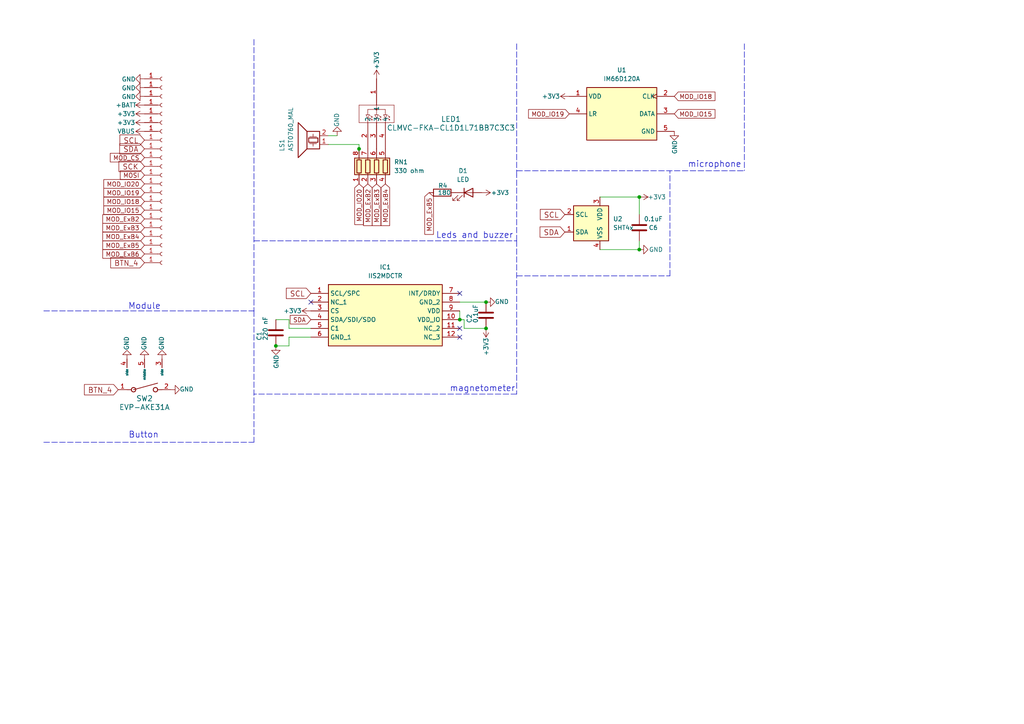
<source format=kicad_sch>
(kicad_sch (version 20250114) (generator "eeschema") (generator_version "9.0")
  (paper "A4")
  (lib_symbols
    (symbol "Device:LED" (pin_numbers (hide yes)) (pin_names (offset 1.016) (hide yes))
      (property "Reference" "D" (at 0 2.54 0))
      (property "Value" "LED" (at 0 -2.54 0))
      (symbol "LED_0_1"
        (polyline (pts (xy -3.048 -0.762) (xy -4.572 -2.286) (xy -3.81 -2.286) (xy -4.572 -2.286) (xy -4.572 -1.524)))
        (polyline (pts (xy -1.778 -0.762) (xy -3.302 -2.286) (xy -2.54 -2.286) (xy -3.302 -2.286) (xy -3.302 -1.524)))
        (polyline (pts (xy -1.27 0) (xy 1.27 0)))
        (polyline (pts (xy -1.27 -1.27) (xy -1.27 1.27)) (stroke (width 0.254)))
        (polyline (pts (xy 1.27 -1.27) (xy 1.27 1.27) (xy -1.27 0) (xy 1.27 -1.27)) (stroke (width 0.254)))
      )
      (symbol "LED_1_1"
        (pin passive line (at -3.81 0 0) (length 2.54) (name "K") (number "1"))
        (pin passive line (at 3.81 0 180) (length 2.54) (name "A") (number "2"))
      )
    )
    (symbol "Device:R_Pack04" (pin_names (offset 0) (hide yes))
      (property "Reference" "RN" (at -7.62 0 90))
      (property "Value" "R_Pack04" (at 5.08 0 90))
      (symbol "R_Pack04_0_1"
        (rectangle (start -6.35 -2.413) (end 3.81 2.413) (stroke (width 0.254)) (fill (type background)))
        (rectangle (start -5.715 1.905) (end -4.445 -1.905) (stroke (width 0.254)))
        (polyline (pts (xy -5.08 1.905) (xy -5.08 2.54)))
        (polyline (pts (xy -5.08 -2.54) (xy -5.08 -1.905)))
        (rectangle (start -3.175 1.905) (end -1.905 -1.905) (stroke (width 0.254)))
        (polyline (pts (xy -2.54 1.905) (xy -2.54 2.54)))
        (polyline (pts (xy -2.54 -2.54) (xy -2.54 -1.905)))
        (rectangle (start -0.635 1.905) (end 0.635 -1.905) (stroke (width 0.254)))
        (polyline (pts (xy 0 1.905) (xy 0 2.54)))
        (polyline (pts (xy 0 -2.54) (xy 0 -1.905)))
        (rectangle (start 1.905 1.905) (end 3.175 -1.905) (stroke (width 0.254)))
        (polyline (pts (xy 2.54 1.905) (xy 2.54 2.54)))
        (polyline (pts (xy 2.54 -2.54) (xy 2.54 -1.905)))
      )
      (symbol "R_Pack04_1_1"
        (pin passive line (at -5.08 5.08 270) (length 2.54) (name "R1.2") (number "8"))
        (pin passive line (at -5.08 -5.08 90) (length 2.54) (name "R1.1") (number "1"))
        (pin passive line (at -2.54 5.08 270) (length 2.54) (name "R2.2") (number "7"))
        (pin passive line (at -2.54 -5.08 90) (length 2.54) (name "R2.1") (number "2"))
        (pin passive line (at 0 5.08 270) (length 2.54) (name "R3.2") (number "6"))
        (pin passive line (at 0 -5.08 90) (length 2.54) (name "R3.1") (number "3"))
        (pin passive line (at 2.54 5.08 270) (length 2.54) (name "R4.2") (number "5"))
        (pin passive line (at 2.54 -5.08 90) (length 2.54) (name "R4.1") (number "4"))
      )
    )
    (symbol "Device:Speaker_Crystal" (pin_names (offset 0) (hide yes))
      (property "Reference" "LS" (at 0.635 5.715 0))
      (property "Value" "Speaker_Crystal" (at 0.635 3.81 0))
      (symbol "Speaker_Crystal_0_0"
        (rectangle (start -2.54 1.27) (end 1.143 -3.81) (stroke (width 0.254)))
        (rectangle (start -2.032 -0.635) (end 0.635 -1.905) (stroke (width 0.254)))
        (polyline (pts (xy -1.651 -0.254) (xy 0.381 -0.254)))
        (polyline (pts (xy -1.651 -2.286) (xy 0.381 -2.286)))
        (polyline (pts (xy -0.635 -0.254) (xy -0.635 0.508)))
        (polyline (pts (xy -0.635 -2.286) (xy -0.635 -3.048)))
        (polyline (pts (xy 1.143 1.27) (xy 3.683 3.81) (xy 3.683 -6.35) (xy 1.143 -3.81)) (stroke (width 0.254)))
      )
      (symbol "Speaker_Crystal_1_1"
        (pin input line (at -5.08 0 0) (length 2.54) (name "1") (number "1"))
        (pin input line (at -5.08 -2.54 0) (length 2.54) (name "2") (number "2"))
      )
    )
    (symbol "IIS2MDCTR:IIS2MDCTR"
      (property "Reference" "IC" (at 39.37 7.62 0))
      (property "Value" "IIS2MDCTR" (at 39.37 5.08 0))
      (symbol "IIS2MDCTR_1_1"
        (rectangle (start 5.08 2.54) (end 38.1 -15.24) (stroke (width 0.254)) (fill (type background)))
        (pin passive line (at 0 0 0) (length 5.08) (name "SCL/SPC") (number "1"))
        (pin passive line (at 0 -2.54 0) (length 5.08) (name "NC_1") (number "2"))
        (pin passive line (at 0 -5.08 0) (length 5.08) (name "CS") (number "3"))
        (pin passive line (at 0 -7.62 0) (length 5.08) (name "SDA/SDI/SDO") (number "4"))
        (pin passive line (at 0 -10.16 0) (length 5.08) (name "C1") (number "5"))
        (pin passive line (at 0 -12.7 0) (length 5.08) (name "GND_1") (number "6"))
        (pin passive line (at 43.18 0 180) (length 5.08) (name "INT/DRDY") (number "7"))
        (pin passive line (at 43.18 -2.54 180) (length 5.08) (name "GND_2") (number "8"))
        (pin passive line (at 43.18 -5.08 180) (length 5.08) (name "VDD") (number "9"))
        (pin passive line (at 43.18 -7.62 180) (length 5.08) (name "VDD_IO") (number "10"))
        (pin passive line (at 43.18 -10.16 180) (length 5.08) (name "NC_2") (number "11"))
        (pin passive line (at 43.18 -12.7 180) (length 5.08) (name "NC_3") (number "12"))
      )
    )
    (symbol "IM66D120A:IM66D120A"
      (property "Reference" "U?" (at 0 0 0))
      (property "Value" "IM66D120A" (at 0 -17.78 0))
      (symbol "IM66D120A_1_0"
        (rectangle (start 20.32 0) (end 0 -15.24) (stroke (width 0.254)) (fill (type background)))
        (pin power_in line (at -5.08 -2.54 0) (length 5.08) (name "VDD") (number "1"))
        (pin passive line (at -5.08 -7.62 0) (length 5.08) (name "LR") (number "4"))
        (pin input clock (at 25.4 -2.54 180) (length 5.08) (name "CLK") (number "2"))
        (pin output line (at 25.4 -7.62 180) (length 5.08) (name "DATA") (number "3"))
        (pin power_in line (at 25.4 -12.7 180) (length 5.08) (name "GND") (number "5"))
      )
    )
    (symbol "Sensor_Humidity:SHT4x"
      (property "Reference" "U" (at 0 8.89 0))
      (property "Value" "SHT4x" (at 0 6.35 0))
      (symbol "SHT4x_1_1"
        (rectangle (start -5.08 5.08) (end 5.08 -5.08) (stroke (width 0.254)) (fill (type background)))
        (pin input line (at -7.62 2.54 0) (length 2.54) (name "SCL") (number "2"))
        (pin bidirectional line (at -7.62 -2.54 0) (length 2.54) (name "SDA") (number "1"))
        (pin power_in line (at 2.54 7.62 270) (length 2.54) (name "VDD") (number "3"))
        (pin power_in line (at 2.54 -7.62 90) (length 2.54) (name "VSS") (number "4"))
      )
    )
    (symbol "Watchy:C" (pin_numbers (hide yes)) (pin_names (offset 0.254))
      (property "Reference" "C" (at 0.635 2.54 0))
      (property "Value" "C" (at 0.635 -2.54 0))
      (symbol "C_0_1"
        (polyline (pts (xy -2.032 0.762) (xy 2.032 0.762)) (stroke (width 0.508)))
        (polyline (pts (xy -2.032 -0.762) (xy 2.032 -0.762)) (stroke (width 0.508)))
      )
      (symbol "C_1_1"
        (pin passive line (at 0 3.81 270) (length 2.794) (name "~") (number "1"))
        (pin passive line (at 0 -3.81 90) (length 2.794) (name "~") (number "2"))
      )
    )
    (symbol "Watchy:R" (pin_numbers (hide yes)) (pin_names (offset 0))
      (property "Reference" "R" (at 2.032 0 90))
      (property "Value" "R" (at 0 0 90))
      (symbol "R_0_1"
        (rectangle (start -1.016 -2.54) (end 1.016 2.54) (stroke (width 0.254)))
      )
      (symbol "R_1_1"
        (pin passive line (at 0 3.81 270) (length 1.27) (name "~") (number "1"))
        (pin passive line (at 0 -3.81 90) (length 1.27) (name "~") (number "2"))
      )
    )
    (symbol "Yatchy:+3.3V-power" (power) (pin_names (offset 0))
      (property "Value" "power_+3.3V" (at 0 3.556 0))
      (symbol "+3.3V-power_0_1"
        (polyline (pts (xy -0.762 1.27) (xy 0 2.54)))
        (polyline (pts (xy 0 2.54) (xy 0.762 1.27)))
        (polyline (pts (xy 0 0) (xy 0 2.54)))
      )
      (symbol "+3.3V-power_1_1"
        (pin power_in line (at 0 0 90) (length 0) (hide yes) (name "+3V3") (number "1"))
      )
    )
    (symbol "Yatchy:+BATT-power" (power) (pin_names (offset 0))
      (property "Value" "power_+BATT" (at 0 3.556 0))
      (symbol "+BATT-power_0_1"
        (polyline (pts (xy -0.762 1.27) (xy 0 2.54)))
        (polyline (pts (xy 0 2.54) (xy 0.762 1.27)))
        (polyline (pts (xy 0 0) (xy 0 2.54)))
      )
      (symbol "+BATT-power_1_1"
        (pin power_in line (at 0 0 90) (length 0) (hide yes) (name "+BATT") (number "1"))
      )
    )
    (symbol "Yatchy:CLMVC-FKA-CL1D1L71BB7C3C3" (pin_names (offset 0.254))
      (property "Reference" "LED" (at 10.16 10.16 0))
      (property "Value" "CLMVC-FKA-CL1D1L71BB7C3C3" (at 10.16 7.62 0))
      (symbol "CLMVC-FKA-CL1D1L71BB7C3C3_0_1"
        (polyline (pts (xy 7.62 5.08) (xy 7.62 -5.08)) (stroke (width 0.127)))
        (polyline (pts (xy 7.62 0) (xy 10.414 0)) (stroke (width 0.127)))
        (polyline (pts (xy 7.62 -5.08) (xy 12.7 -5.08)) (stroke (width 0.127)))
        (polyline (pts (xy 8.89 2.54) (xy 8.89 -2.54)) (stroke (width 0.127)))
        (polyline (pts (xy 8.89 2.54) (xy 10.414 2.54)) (stroke (width 0.127)))
        (circle (center 8.89 0) (radius 0.127) (stroke (width 0.254)))
        (polyline (pts (xy 8.89 -2.54) (xy 10.414 -2.54)) (stroke (width 0.127)))
        (polyline (pts (xy 10.414 3.048) (xy 10.414 2.032)) (stroke (width 0.127)))
        (polyline (pts (xy 10.414 3.048) (xy 11.43 2.54)) (stroke (width 0.127)))
        (polyline (pts (xy 10.414 0.508) (xy 10.414 -0.508)) (stroke (width 0.127)))
        (polyline (pts (xy 10.414 0.508) (xy 11.43 0)) (stroke (width 0.127)))
        (polyline (pts (xy 10.414 -2.032) (xy 10.414 -3.048)) (stroke (width 0.127)))
        (polyline (pts (xy 10.414 -2.032) (xy 11.43 -2.54)) (stroke (width 0.127)))
        (polyline (pts (xy 10.668 3.302) (xy 11.176 3.81)) (stroke (width 0.127)))
        (polyline (pts (xy 10.668 0.762) (xy 11.176 1.27)) (stroke (width 0.127)))
        (polyline (pts (xy 10.668 -1.778) (xy 11.176 -1.27)) (stroke (width 0.127)))
        (polyline (pts (xy 11.176 3.81) (xy 10.922 3.81)) (stroke (width 0.127)))
        (polyline (pts (xy 11.176 3.81) (xy 11.176 3.556)) (stroke (width 0.127)))
        (polyline (pts (xy 11.176 1.27) (xy 10.922 1.27)) (stroke (width 0.127)))
        (polyline (pts (xy 11.176 1.27) (xy 11.176 1.016)) (stroke (width 0.127)))
        (polyline (pts (xy 11.176 -1.27) (xy 10.922 -1.27)) (stroke (width 0.127)))
        (polyline (pts (xy 11.176 -1.27) (xy 11.176 -1.524)) (stroke (width 0.127)))
        (polyline (pts (xy 11.43 3.302) (xy 11.938 3.81)) (stroke (width 0.127)))
        (polyline (pts (xy 11.43 3.048) (xy 11.43 2.032)) (stroke (width 0.127)))
        (polyline (pts (xy 11.43 2.54) (xy 10.414 2.032)) (stroke (width 0.127)))
        (polyline (pts (xy 11.43 2.54) (xy 12.7 2.54)) (stroke (width 0.127)))
        (polyline (pts (xy 11.43 0.762) (xy 11.938 1.27)) (stroke (width 0.127)))
        (polyline (pts (xy 11.43 0.508) (xy 11.43 -0.508)) (stroke (width 0.127)))
        (polyline (pts (xy 11.43 0) (xy 10.414 -0.508)) (stroke (width 0.127)))
        (polyline (pts (xy 11.43 0) (xy 12.7 0)) (stroke (width 0.127)))
        (polyline (pts (xy 11.43 -1.778) (xy 11.938 -1.27)) (stroke (width 0.127)))
        (polyline (pts (xy 11.43 -2.032) (xy 11.43 -3.048)) (stroke (width 0.127)))
        (polyline (pts (xy 11.43 -2.54) (xy 10.414 -3.048)) (stroke (width 0.127)))
        (polyline (pts (xy 11.43 -2.54) (xy 12.7 -2.54)) (stroke (width 0.127)))
        (polyline (pts (xy 11.684 3.81) (xy 11.938 3.81)) (stroke (width 0.127)))
        (polyline (pts (xy 11.684 1.27) (xy 11.938 1.27)) (stroke (width 0.127)))
        (polyline (pts (xy 11.684 -1.27) (xy 11.938 -1.27)) (stroke (width 0.127)))
        (polyline (pts (xy 11.938 3.81) (xy 11.938 3.556)) (stroke (width 0.127)))
        (polyline (pts (xy 11.938 1.27) (xy 11.938 1.016)) (stroke (width 0.127)))
        (polyline (pts (xy 11.938 -1.27) (xy 11.938 -1.524)) (stroke (width 0.127)))
        (polyline (pts (xy 12.7 5.08) (xy 7.62 5.08)) (stroke (width 0.127)))
        (polyline (pts (xy 12.7 -5.08) (xy 12.7 5.08)) (stroke (width 0.127)))
        (pin unspecified line (at 0 0 0) (length 7.62) (name "1") (number "1"))
        (pin unspecified line (at 20.32 2.54 180) (length 7.62) (name "4") (number "4"))
        (pin unspecified line (at 20.32 0 180) (length 7.62) (name "3") (number "3"))
        (pin unspecified line (at 20.32 -2.54 180) (length 7.62) (name "2") (number "2"))
      )
    )
    (symbol "Yatchy:Conn_01x01_Socket" (pin_names (offset 1.016) (hide yes))
      (property "Reference" "J" (at 0 2.54 0))
      (property "Value" "Conn_01x01_Socket" (at 0 -2.54 0))
      (symbol "Conn_01x01_Socket_1_1"
        (polyline (pts (xy -1.27 0) (xy -0.508 0)) (stroke (width 0.1524)))
        (arc (start 0 -0.508) (mid -0.5058 0) (end 0 0.508) (stroke (width 0.1524)))
        (pin passive line (at -5.08 0 0) (length 3.81) (name "Pin_1") (number "1"))
      )
    )
    (symbol "Yatchy:EVP-AKE31A" (pin_names (offset 0.254))
      (property "Reference" "SW" (at 7.112 -2.794 0))
      (property "Value" "EVP-AKE31A" (at 6.858 -5.588 0))
      (symbol "EVP-AKE31A_0_1"
        (polyline (pts (xy 2.54 0) (xy 3.81 0)) (stroke (width 0.2032)))
        (polyline (pts (xy 4.445 0) (xy 11.43 1.905)) (stroke (width 0.2032)))
        (circle (center 4.445 0) (radius 0.635) (stroke (width 0.254)))
        (circle (center 10.795 0) (radius 0.635) (stroke (width 0.254)))
        (polyline (pts (xy 12.7 0) (xy 11.43 0)) (stroke (width 0.2032)))
      )
      (symbol "EVP-AKE31A_1_1"
        (pin unspecified line (at 0 0 0) (length 2.54) (name "") (number "1"))
        (pin input line (at 2.54 8.89 270) (length 2.54) (name "side") (number "4"))
        (pin input line (at 7.62 8.89 270) (length 2.54) (name "middle") (number "5"))
        (pin input line (at 12.7 8.89 270) (length 2.54) (name "side") (number "3"))
        (pin unspecified line (at 15.24 0 180) (length 2.54) (name "") (number "2"))
      )
    )
    (symbol "Yatchy:GND-power" (power) (pin_names (offset 0))
      (property "Value" "power_GND" (at 0 -3.81 0))
      (symbol "GND-power_0_1"
        (polyline (pts (xy 0 0) (xy 0 -1.27) (xy 1.27 -1.27) (xy 0 -2.54) (xy -1.27 -1.27) (xy 0 -1.27)))
      )
      (symbol "GND-power_1_1"
        (pin power_in line (at 0 0 270) (length 0) (hide yes) (name "GND") (number "1"))
      )
    )
    (symbol "Yatchy:VBUS-power" (power) (pin_names (offset 0))
      (property "Value" "power_VBUS" (at 0 3.81 0))
      (symbol "VBUS-power_0_1"
        (polyline (pts (xy -0.762 1.27) (xy 0 2.54)))
        (polyline (pts (xy 0 2.54) (xy 0.762 1.27)))
        (polyline (pts (xy 0 0) (xy 0 2.54)))
      )
      (symbol "VBUS-power_1_1"
        (pin power_in line (at 0 0 90) (length 0) (hide yes) (name "VBUS") (number "1"))
      )
    )
    (symbol "clock:+3V3" (power) (pin_numbers (hide yes)) (pin_names (offset 0) (hide yes))
      (property "Value" "+3V3" (at 0 3.556 0))
      (symbol "+3V3_0_1"
        (polyline (pts (xy -0.762 1.27) (xy 0 2.54)))
        (polyline (pts (xy 0 2.54) (xy 0.762 1.27)))
        (polyline (pts (xy 0 0) (xy 0 2.54)))
      )
      (symbol "+3V3_1_1"
        (pin power_in line (at 0 0 90) (length 0) (name "~") (number "1"))
      )
    )
    (symbol "clock:C" (pin_numbers (hide yes)) (pin_names (offset 0.254))
      (property "Reference" "C" (at 0.635 2.54 0))
      (property "Value" "C" (at 0.635 -2.54 0))
      (symbol "C_0_1"
        (polyline (pts (xy -2.032 0.762) (xy 2.032 0.762)) (stroke (width 0.508)))
        (polyline (pts (xy -2.032 -0.762) (xy 2.032 -0.762)) (stroke (width 0.508)))
      )
      (symbol "C_1_1"
        (pin passive line (at 0 3.81 270) (length 2.794) (name "~") (number "1"))
        (pin passive line (at 0 -3.81 90) (length 2.794) (name "~") (number "2"))
      )
    )
    (symbol "clock:GND" (power) (pin_numbers (hide yes)) (pin_names (offset 0) (hide yes))
      (property "Value" "GND" (at 0 -3.81 0))
      (symbol "GND_0_1"
        (polyline (pts (xy 0 0) (xy 0 -1.27) (xy 1.27 -1.27) (xy 0 -2.54) (xy -1.27 -1.27) (xy 0 -1.27)))
      )
      (symbol "GND_1_1"
        (pin power_in line (at 0 0 270) (length 0) (name "~") (number "1"))
      )
    )
  )
  (text "magnetometer" (at 139.954 112.776 0) (effects (font (size 1.778 1.778))))
  (text "microphone\n" (at 207.264 47.752 0) (effects (font (size 1.778 1.778))))
  (text "Button\n" (at 41.656 126.238 0) (effects (font (size 1.778 1.778))))
  (text "Leds and buzzer" (at 137.668 68.326 0) (effects (font (size 1.778 1.778))))
  (text "Module" (at 41.91 88.9 0) (effects (font (size 1.778 1.778))))
  (junction (at 80.01 100.33))
  (junction (at 185.42 72.39))
  (junction (at 104.14 43.18))
  (junction (at 133.35 92.71))
  (junction (at 140.97 95.25))
  (junction (at 140.97 87.63))
  (junction (at 185.42 57.15))
  (no_connect (at 90.17 87.63))
  (no_connect (at 133.35 95.25))
  (no_connect (at 133.35 97.79))
  (no_connect (at 133.35 85.09))
  (wire (pts (xy 134.62 92.71) (xy 134.62 95.25)))
  (wire (pts (xy 133.35 92.71) (xy 134.62 92.71)))
  (wire (pts (xy 90.17 97.79) (xy 83.82 97.79)))
  (polyline (pts (xy 149.86 69.85) (xy 149.86 50.8)) (stroke (width 0) (type dash)))
  (wire (pts (xy 95.25 41.91) (xy 104.14 41.91)))
  (polyline (pts (xy 73.66 90.17) (xy 73.66 128.27)) (stroke (width 0) (type dash)))
  (wire (pts (xy 185.42 72.39) (xy 185.42 69.85)))
  (wire (pts (xy 173.99 72.39) (xy 185.42 72.39)))
  (polyline (pts (xy 149.86 80.01) (xy 194.31 80.01)) (stroke (width 0) (type dash)))
  (polyline (pts (xy 149.86 12.7) (xy 149.86 50.8)) (stroke (width 0) (type dash)))
  (polyline (pts (xy 215.9 12.7) (xy 215.9 49.53)) (stroke (width 0) (type dash)))
  (polyline (pts (xy 73.66 11.43) (xy 73.66 90.17)) (stroke (width 0) (type dash)))
  (wire (pts (xy 90.17 95.25) (xy 83.82 95.25)))
  (wire (pts (xy 133.35 90.17) (xy 133.35 92.71)))
  (wire (pts (xy 134.62 95.25) (xy 140.97 95.25)))
  (wire (pts (xy 104.14 43.18) (xy 104.14 44.45)))
  (wire (pts (xy 97.79 39.37) (xy 95.25 39.37)))
  (polyline (pts (xy 12.7 90.17) (xy 73.66 90.17)) (stroke (width 0) (type dash)))
  (wire (pts (xy 83.82 95.25) (xy 83.82 92.71)))
  (wire (pts (xy 173.99 57.15) (xy 185.42 57.15)))
  (polyline (pts (xy 194.31 80.01) (xy 194.31 49.53)) (stroke (width 0) (type dash)))
  (polyline (pts (xy 149.86 114.3) (xy 73.66 114.3)) (stroke (width 0) (type dash)))
  (polyline (pts (xy 149.86 49.53) (xy 215.9 49.53)) (stroke (width 0) (type dash)))
  (wire (pts (xy 185.42 57.15) (xy 185.42 62.23)))
  (wire (pts (xy 83.82 100.33) (xy 80.01 100.33)))
  (wire (pts (xy 83.82 97.79) (xy 83.82 100.33)))
  (wire (pts (xy 83.82 92.71) (xy 80.01 92.71)))
  (polyline (pts (xy 12.7 128.27) (xy 73.66 128.27)) (stroke (width 0) (type dash)))
  (wire (pts (xy 104.14 41.91) (xy 104.14 43.18)))
  (polyline (pts (xy 73.66 69.85) (xy 149.86 69.85)) (stroke (width 0) (type dash)))
  (wire (pts (xy 133.35 87.63) (xy 140.97 87.63)))
  (polyline (pts (xy 149.86 69.85) (xy 149.86 114.3)) (stroke (width 0) (type dash)))
  (global_label "MOSI" (shape input) (at 41.91 50.8 180) (property "Intersheetrefs" "${INTERSHEET_REFS}" (effects (hide yes))))
  (global_label "MOD_ExB3" (shape input) (at 41.91 66.04 180) (property "Intersheetrefs" "${INTERSHEET_REFS}" (effects (hide yes))))
  (global_label "BTN_4" (shape input) (at 34.29 113.03 180) (effects (font (size 1.524 1.524))) (property "Intersheetrefs" "${INTERSHEET_REFS}" (effects (hide yes))))
  (global_label "MOD_ExB2" (shape input) (at 41.91 63.5 180) (property "Intersheetrefs" "${INTERSHEET_REFS}" (effects (hide yes))))
  (global_label "SDA" (shape input) (at 163.83 67.31 180) (effects (font (size 1.524 1.524))) (property "Intersheetrefs" "${INTERSHEET_REFS}" (effects (hide yes))))
  (global_label "MOD_IO18" (shape input) (at 195.58 27.94 0) (property "Intersheetrefs" "${INTERSHEET_REFS}" (effects (hide yes))))
  (global_label "MOD_IO15" (shape input) (at 195.58 33.02 0) (property "Intersheetrefs" "${INTERSHEET_REFS}" (effects (hide yes))))
  (global_label "SDA" (shape input) (at 90.17 92.71 180) (property "Intersheetrefs" "${INTERSHEET_REFS}" (effects (hide yes))))
  (global_label "MOD_ExB6" (shape input) (at 41.91 73.66 180) (property "Intersheetrefs" "${INTERSHEET_REFS}" (effects (hide yes))))
  (global_label "MOD_IO18" (shape input) (at 41.91 58.42 180) (property "Intersheetrefs" "${INTERSHEET_REFS}" (effects (hide yes))))
  (global_label "MOD_ExB4" (shape input) (at 111.76 53.34 270) (property "Intersheetrefs" "${INTERSHEET_REFS}" (effects (hide yes))))
  (global_label "SCL" (shape input) (at 41.91 40.64 180) (effects (font (size 1.524 1.524))) (property "Intersheetrefs" "${INTERSHEET_REFS}" (effects (hide yes))))
  (global_label "BTN_4" (shape input) (at 41.91 76.2 180) (effects (font (size 1.524 1.524))) (property "Intersheetrefs" "${INTERSHEET_REFS}" (effects (hide yes))))
  (global_label "MOD_ExB3" (shape input) (at 109.22 53.34 270) (property "Intersheetrefs" "${INTERSHEET_REFS}" (effects (hide yes))))
  (global_label "MOD_IO19" (shape input) (at 41.91 55.88 180) (property "Intersheetrefs" "${INTERSHEET_REFS}" (effects (hide yes))))
  (global_label "MOD_IO19" (shape input) (at 165.1 33.02 180) (property "Intersheetrefs" "${INTERSHEET_REFS}" (effects (hide yes))))
  (global_label "MOD_ExB5" (shape input) (at 41.91 71.12 180) (property "Intersheetrefs" "${INTERSHEET_REFS}" (effects (hide yes))))
  (global_label "MOD_IO20" (shape input) (at 104.14 53.34 270) (property "Intersheetrefs" "${INTERSHEET_REFS}" (effects (hide yes))))
  (global_label "MOD_IO15" (shape input) (at 41.91 60.96 180) (property "Intersheetrefs" "${INTERSHEET_REFS}" (effects (hide yes))))
  (global_label "SCL" (shape input) (at 163.83 62.23 180) (effects (font (size 1.524 1.524))) (property "Intersheetrefs" "${INTERSHEET_REFS}" (effects (hide yes))))
  (global_label "SCL" (shape input) (at 90.17 85.09 180) (effects (font (size 1.524 1.524))) (property "Intersheetrefs" "${INTERSHEET_REFS}" (effects (hide yes))))
  (global_label "MOD_IO20" (shape input) (at 41.91 53.34 180) (property "Intersheetrefs" "${INTERSHEET_REFS}" (effects (hide yes))))
  (global_label "MOD_CS" (shape input) (at 41.91 45.72 180) (property "Intersheetrefs" "${INTERSHEET_REFS}" (effects (hide yes))))
  (global_label "MOD_ExB4" (shape input) (at 41.91 68.58 180) (property "Intersheetrefs" "${INTERSHEET_REFS}" (effects (hide yes))))
  (global_label "MOD_ExB5" (shape input) (at 124.46 55.88 270) (property "Intersheetrefs" "${INTERSHEET_REFS}" (effects (hide yes))))
  (global_label "MOD_ExB2" (shape input) (at 106.68 53.34 270) (property "Intersheetrefs" "${INTERSHEET_REFS}" (effects (hide yes))))
  (global_label "SDA" (shape input) (at 41.91 43.18 180) (effects (font (size 1.524 1.524))) (property "Intersheetrefs" "${INTERSHEET_REFS}" (effects (hide yes))))
  (global_label "SCK" (shape input) (at 41.91 48.26 180) (effects (font (size 1.524 1.524))) (property "Intersheetrefs" "${INTERSHEET_REFS}" (effects (hide yes))))
  (symbol (lib_id "Watchy:R") (at 128.27 55.88 90) (unit 1)
    (property "Reference" "R4" (at 129.794 53.848 90) (effects (justify left)))
    (property "Value" "180" (at 130.81 55.88 90) (effects (justify left)))
    (property "Footprint" "Resistor_SMD:R_0402_1005Metric" (effects (hide yes)))
    (property "Description" "Resistor" (effects (hide yes)))
  )
  (symbol (lib_id "Yatchy:+3.3V-power") (at 140.97 95.25 180) (unit 1)
    (property "Reference" "#PWR017" (effects (hide yes)))
    (property "Value" "+3V3" (at 140.97 97.917 90) (effects (justify left)))
  )
  (symbol (lib_id "Yatchy:EVP-AKE31A") (at 34.29 113.03 0) (unit 1)
    (property "Reference" "SW2" (at 41.91 115.57 0) (effects (font (size 1.524 1.524))))
    (property "Value" "EVP-AKE31A" (at 41.91 118.11 0) (effects (font (size 1.524 1.524))))
    (property "Footprint" "Yatchy:SW_EVP-AKE31A_PAN" (effects (hide yes)))
    (property "Datasheet" "EVP-AKE31A" (effects (hide yes)))
  )
  (symbol (lib_id "Yatchy:GND-power") (at 41.91 22.86 270) (mirror x) (unit 1)
    (property "Reference" "#PWR03" (effects (hide yes)))
    (property "Value" "GND" (at 39.37 22.987 90) (effects (justify right)))
  )
  (symbol (lib_id "Yatchy:Conn_01x01_Socket") (at 46.99 68.58 0) (unit 1)
    (property "Reference" "J19" (effects (hide yes)))
    (property "Value" "MOD_CONN" (effects (hide yes)))
    (property "Footprint" "Yatchy:mod_Connector" (effects (hide yes)))
    (property "Description" "Generic connector, single row, 01x01, script generated" (effects (hide yes)))
  )
  (symbol (lib_id "Yatchy:GND-power") (at 41.91 104.14 0) (mirror x) (unit 1)
    (property "Reference" "#PWR08" (effects (hide yes)))
    (property "Value" "GND" (at 41.783 101.6 90) (effects (justify right)))
  )
  (symbol (lib_id "IM66D120A:IM66D120A") (at 170.18 25.4 0) (unit 1)
    (property "Reference" "U1" (at 180.34 20.32 0))
    (property "Value" "IM66D120A" (at 180.34 22.86 0))
    (property "Footprint" "Yatchy:IFX-PG-TLGA-5-6-V" (effects (hide yes)))
    (property "Description" "High Performance Digital XENSIV MEMS Microphone" (effects (hide yes)))
  )
  (symbol (lib_id "Yatchy:+3.3V-power") (at 41.91 33.02 90) (unit 1)
    (property "Reference" "#PWR012" (effects (hide yes)))
    (property "Value" "+3V3" (at 39.243 33.02 90) (effects (justify left)))
  )
  (symbol (lib_id "Yatchy:GND-power") (at 49.53 113.03 90) (mirror x) (unit 1)
    (property "Reference" "#PWR015" (effects (hide yes)))
    (property "Value" "GND" (at 52.07 112.903 90) (effects (justify right)))
  )
  (symbol (lib_id "Watchy:C") (at 80.01 96.52 0) (unit 1)
    (property "Reference" "C1" (at 75.184 98.806 90) (effects (justify left)))
    (property "Value" "220 nF" (at 76.962 98.806 90) (effects (justify left)))
    (property "Footprint" "Capacitor_SMD:C_0603_1608Metric" (effects (hide yes)))
    (property "Description" "Unpolarized capacitor" (effects (hide yes)))
  )
  (symbol (lib_id "Yatchy:GND-power") (at 36.83 104.14 0) (mirror x) (unit 1)
    (property "Reference" "#PWR09" (effects (hide yes)))
    (property "Value" "GND" (at 36.703 101.6 90) (effects (justify right)))
  )
  (symbol (lib_id "Yatchy:Conn_01x01_Socket") (at 46.99 76.2 0) (unit 1)
    (property "Reference" "J22" (effects (hide yes)))
    (property "Value" "MOD_CONN" (effects (hide yes)))
    (property "Footprint" "Yatchy:mod_Connector" (effects (hide yes)))
    (property "Description" "Generic connector, single row, 01x01, script generated" (effects (hide yes)))
  )
  (symbol (lib_id "Yatchy:Conn_01x01_Socket") (at 46.99 30.48 0) (unit 1)
    (property "Reference" "J4" (effects (hide yes)))
    (property "Value" "MOD_CONN" (effects (hide yes)))
    (property "Footprint" "Yatchy:mod_Connector" (effects (hide yes)))
    (property "Description" "Generic connector, single row, 01x01, script generated" (effects (hide yes)))
  )
  (symbol (lib_id "Yatchy:+3.3V-power") (at 165.1 27.94 90) (unit 1)
    (property "Reference" "#PWR021" (effects (hide yes)))
    (property "Value" "+3V3" (at 162.433 27.94 90) (effects (justify left)))
  )
  (symbol (lib_id "Yatchy:Conn_01x01_Socket") (at 46.99 43.18 0) (unit 1)
    (property "Reference" "J9" (effects (hide yes)))
    (property "Value" "MOD_CONN" (effects (hide yes)))
    (property "Footprint" "Yatchy:mod_Connector" (effects (hide yes)))
    (property "Description" "Generic connector, single row, 01x01, script generated" (effects (hide yes)))
  )
  (symbol (lib_id "Device:R_Pack04") (at 109.22 48.26 0) (unit 1)
    (property "Reference" "RN1" (at 114.3 46.9899 0) (effects (justify left)))
    (property "Value" "330 ohm" (at 114.3 49.5299 0) (effects (justify left)))
    (property "Footprint" "Resistor_SMD:R_Array_Concave_4x0402" (effects (hide yes)))
    (property "Description" "4 resistor network, parallel topology" (effects (hide yes)))
  )
  (symbol (lib_id "Sensor_Humidity:SHT4x") (at 171.45 64.77 0) (unit 1)
    (property "Reference" "U2" (at 177.8 63.4999 0) (effects (justify left)))
    (property "Value" "SHT4x" (at 177.8 66.0399 0) (effects (justify left)))
    (property "Footprint" "Yatchy:Sensirion_DFN-4_1.5x1.5mm_P0.8mm_SHT4x_NoCentralPad" (effects (hide yes)))
    (property "Datasheet" "https://sensirion.com/media/documents/33FD6951/624C4357/Datasheet_SHT4x.pdf" (effects (hide yes)))
    (property "Description" "Digital Humidity and Temperature Sensor, ±1%RH, ±0.1°C, I2C, 1.08-3.6V, 16bit, DFN-4" (effects (hide yes)))
  )
  (symbol (lib_id "Yatchy:Conn_01x01_Socket") (at 46.99 50.8 0) (unit 1)
    (property "Reference" "J12" (effects (hide yes)))
    (property "Value" "MOD_CONN" (effects (hide yes)))
    (property "Footprint" "Yatchy:mod_Connector" (effects (hide yes)))
    (property "Description" "Generic connector, single row, 01x01, script generated" (effects (hide yes)))
  )
  (symbol (lib_id "Watchy:C") (at 140.97 91.44 0) (unit 1)
    (property "Reference" "C2" (at 136.144 93.726 90) (effects (justify left)))
    (property "Value" "0.1uF" (at 137.922 93.726 90) (effects (justify left)))
    (property "Footprint" "Capacitor_SMD:C_0603_1608Metric" (effects (hide yes)))
    (property "Description" "Unpolarized capacitor" (effects (hide yes)))
  )
  (symbol (lib_id "Yatchy:Conn_01x01_Socket") (at 46.99 48.26 0) (unit 1)
    (property "Reference" "J11" (effects (hide yes)))
    (property "Value" "MOD_CONN" (effects (hide yes)))
    (property "Footprint" "Yatchy:mod_Connector" (effects (hide yes)))
    (property "Description" "Generic connector, single row, 01x01, script generated" (effects (hide yes)))
  )
  (symbol (lib_id "clock:+3V3") (at 185.42 57.15 270) (unit 1)
    (property "Reference" "#PWR020" (effects (hide yes)))
    (property "Value" "+3V3" (at 190.5 57.15 90))
    (property "Description" "Power symbol creates a global label with name \"+3V3\"" (effects (hide yes)))
  )
  (symbol (lib_id "Yatchy:+3.3V-power") (at 90.17 90.17 90) (unit 1)
    (property "Reference" "#PWR016" (effects (hide yes)))
    (property "Value" "+3V3" (at 87.503 90.17 90) (effects (justify left)))
  )
  (symbol (lib_id "Yatchy:Conn_01x01_Socket") (at 46.99 35.56 0) (unit 1)
    (property "Reference" "J6" (effects (hide yes)))
    (property "Value" "MOD_CONN" (effects (hide yes)))
    (property "Footprint" "Yatchy:mod_Connector" (effects (hide yes)))
    (property "Description" "Generic connector, single row, 01x01, script generated" (effects (hide yes)))
  )
  (symbol (lib_id "Device:LED") (at 135.89 55.88 0) (unit 1)
    (property "Reference" "D1" (at 134.3025 49.53 0))
    (property "Value" "LED" (at 134.3025 52.07 0))
    (property "Footprint" "LED_SMD:LED_0402_1005Metric" (effects (hide yes)))
    (property "Description" "Light emitting diode" (effects (hide yes)))
  )
  (symbol (lib_id "Yatchy:Conn_01x01_Socket") (at 46.99 73.66 0) (unit 1)
    (property "Reference" "J21" (effects (hide yes)))
    (property "Value" "MOD_CONN" (effects (hide yes)))
    (property "Footprint" "Yatchy:mod_Connector" (effects (hide yes)))
    (property "Description" "Generic connector, single row, 01x01, script generated" (effects (hide yes)))
  )
  (symbol (lib_id "IIS2MDCTR:IIS2MDCTR") (at 90.17 85.09 0) (unit 1)
    (property "Reference" "IC1" (at 111.76 77.47 0))
    (property "Value" "IIS2MDCTR" (at 111.76 80.01 0))
    (property "Footprint" "Yatchy:BOSCH_LGA-12" (effects (hide yes)))
    (property "Datasheet" "https://www.st.com/resource/en/datasheet/iis2mdc.pdf" (effects (hide yes)))
    (property "Description" "STMICROELECTRONICS - IIS2MDCTR - MEMS MODULE, 3-AXIS MAGNETOMETER, LGA-12" (effects (hide yes)))
    (property "Height" "0.7" (effects (hide yes)))
    (property "Mouser Part Number" "511-IIS2MDCTR" (effects (hide yes)))
    (property "Mouser Price/Stock" "https://www.mouser.co.uk/ProductDetail/STMicroelectronics/IIS2MDCTR?qs=1mbolxNpo8ems1K%2FRdQzXg%3D%3D" (effects (hide yes)))
    (property "Manufacturer_Name" "STMicroelectronics" (effects (hide yes)))
    (property "Manufacturer_Part_Number" "IIS2MDCTR" (effects (hide yes)))
  )
  (symbol (lib_id "Yatchy:GND-power") (at 97.79 39.37 0) (mirror x) (unit 1)
    (property "Reference" "#PWR01" (effects (hide yes)))
    (property "Value" "GND" (at 97.663 36.83 90) (effects (justify right)))
  )
  (symbol (lib_id "Yatchy:+3.3V-power") (at 41.91 35.56 90) (unit 1)
    (property "Reference" "#PWR013" (effects (hide yes)))
    (property "Value" "+3V3" (at 39.243 35.56 90) (effects (justify left)))
  )
  (symbol (lib_id "Yatchy:GND-power") (at 41.91 25.4 270) (mirror x) (unit 1)
    (property "Reference" "#PWR04" (effects (hide yes)))
    (property "Value" "GND" (at 39.37 25.527 90) (effects (justify right)))
  )
  (symbol (lib_id "Yatchy:Conn_01x01_Socket") (at 46.99 58.42 0) (unit 1)
    (property "Reference" "J15" (effects (hide yes)))
    (property "Value" "MOD_CONN" (effects (hide yes)))
    (property "Footprint" "Yatchy:mod_Connector" (effects (hide yes)))
    (property "Description" "Generic connector, single row, 01x01, script generated" (effects (hide yes)))
  )
  (symbol (lib_id "Yatchy:+BATT-power") (at 41.91 30.48 90) (unit 1)
    (property "Reference" "#PWR011" (effects (hide yes)))
    (property "Value" "+BATT" (at 36.576 30.48 90))
  )
  (symbol (lib_id "Yatchy:+3.3V-power") (at 139.7 55.88 270) (unit 1)
    (property "Reference" "#PWR06" (effects (hide yes)))
    (property "Value" "+3V3" (at 142.367 55.88 90) (effects (justify left)))
  )
  (symbol (lib_id "Yatchy:GND-power") (at 41.91 27.94 270) (mirror x) (unit 1)
    (property "Reference" "#PWR010" (effects (hide yes)))
    (property "Value" "GND" (at 39.37 28.067 90) (effects (justify right)))
  )
  (symbol (lib_id "Yatchy:Conn_01x01_Socket") (at 46.99 40.64 0) (unit 1)
    (property "Reference" "J8" (effects (hide yes)))
    (property "Value" "MOD_CONN" (effects (hide yes)))
    (property "Footprint" "Yatchy:mod_Connector" (effects (hide yes)))
    (property "Description" "Generic connector, single row, 01x01, script generated" (effects (hide yes)))
  )
  (symbol (lib_id "Yatchy:CLMVC-FKA-CL1D1L71BB7C3C3") (at 109.22 22.86 270) (unit 1)
    (property "Reference" "LED1" (at 130.81 34.544 90) (effects (font (size 1.524 1.524))))
    (property "Value" "CLMVC-FKA-CL1D1L71BB7C3C3" (at 130.81 37.084 90) (effects (font (size 1.524 1.524))))
    (property "Footprint" "Yatchy:CLMVC-FKA-CL1D1L71BB7C3C3_CRE" (effects (hide yes)))
    (property "Datasheet" "CLMVC-FKA-CL1D1L71BB7C3C3" (effects (hide yes)))
  )
  (symbol (lib_id "Yatchy:GND-power") (at 46.99 104.14 0) (mirror x) (unit 1)
    (property "Reference" "#PWR05" (effects (hide yes)))
    (property "Value" "GND" (at 46.863 101.6 90) (effects (justify right)))
  )
  (symbol (lib_id "Yatchy:GND-power") (at 80.01 100.33 0) (mirror y) (unit 1)
    (property "Reference" "#PWR07" (effects (hide yes)))
    (property "Value" "GND" (at 80.137 102.87 90) (effects (justify right)))
  )
  (symbol (lib_id "Yatchy:Conn_01x01_Socket") (at 46.99 66.04 0) (unit 1)
    (property "Reference" "J18" (effects (hide yes)))
    (property "Value" "MOD_CONN" (effects (hide yes)))
    (property "Footprint" "Yatchy:mod_Connector" (effects (hide yes)))
    (property "Description" "Generic connector, single row, 01x01, script generated" (effects (hide yes)))
  )
  (symbol (lib_id "clock:C") (at 185.42 66.04 180) (unit 1)
    (property "Reference" "C6" (at 189.484 66.04 0))
    (property "Value" "0.1uF" (at 189.484 63.5 0))
    (property "Footprint" "Capacitor_SMD:C_0603_1608Metric" (effects (hide yes)))
    (property "Description" "Unpolarized capacitor" (effects (hide yes)))
  )
  (symbol (lib_id "Yatchy:GND-power") (at 140.97 87.63 90) (mirror x) (unit 1)
    (property "Reference" "#PWR018" (effects (hide yes)))
    (property "Value" "GND" (at 143.51 87.503 90) (effects (justify right)))
  )
  (symbol (lib_id "Yatchy:Conn_01x01_Socket") (at 46.99 27.94 0) (unit 1)
    (property "Reference" "J3" (effects (hide yes)))
    (property "Value" "MOD_CONN" (effects (hide yes)))
    (property "Footprint" "Yatchy:mod_Connector" (effects (hide yes)))
    (property "Description" "Generic connector, single row, 01x01, script generated" (effects (hide yes)))
  )
  (symbol (lib_id "Yatchy:Conn_01x01_Socket") (at 46.99 53.34 0) (unit 1)
    (property "Reference" "J13" (effects (hide yes)))
    (property "Value" "MOD_CONN" (effects (hide yes)))
    (property "Footprint" "Yatchy:mod_Connector" (effects (hide yes)))
    (property "Description" "Generic connector, single row, 01x01, script generated" (effects (hide yes)))
  )
  (symbol (lib_id "Yatchy:GND-power") (at 195.58 38.1 0) (mirror y) (unit 1)
    (property "Reference" "#PWR019" (effects (hide yes)))
    (property "Value" "GND" (at 195.707 40.64 90) (effects (justify right)))
  )
  (symbol (lib_id "Yatchy:Conn_01x01_Socket") (at 46.99 33.02 0) (unit 1)
    (property "Reference" "J5" (effects (hide yes)))
    (property "Value" "MOD_CONN" (effects (hide yes)))
    (property "Footprint" "Yatchy:mod_Connector" (effects (hide yes)))
    (property "Description" "Generic connector, single row, 01x01, script generated" (effects (hide yes)))
  )
  (symbol (lib_id "Yatchy:Conn_01x01_Socket") (at 46.99 25.4 0) (unit 1)
    (property "Reference" "J2" (effects (hide yes)))
    (property "Value" "MOD_CONN" (effects (hide yes)))
    (property "Footprint" "Yatchy:mod_Connector" (effects (hide yes)))
    (property "Description" "Generic connector, single row, 01x01, script generated" (effects (hide yes)))
  )
  (symbol (lib_id "Yatchy:Conn_01x01_Socket") (at 46.99 60.96 0) (unit 1)
    (property "Reference" "J16" (effects (hide yes)))
    (property "Value" "MOD_CONN" (effects (hide yes)))
    (property "Footprint" "Yatchy:mod_Connector" (effects (hide yes)))
    (property "Description" "Generic connector, single row, 01x01, script generated" (effects (hide yes)))
  )
  (symbol (lib_id "Yatchy:Conn_01x01_Socket") (at 46.99 71.12 0) (unit 1)
    (property "Reference" "J20" (effects (hide yes)))
    (property "Value" "MOD_CONN" (effects (hide yes)))
    (property "Footprint" "Yatchy:mod_Connector" (effects (hide yes)))
    (property "Description" "Generic connector, single row, 01x01, script generated" (effects (hide yes)))
  )
  (symbol (lib_id "Yatchy:Conn_01x01_Socket") (at 46.99 63.5 0) (unit 1)
    (property "Reference" "J17" (effects (hide yes)))
    (property "Value" "MOD_CONN" (effects (hide yes)))
    (property "Footprint" "Yatchy:mod_Connector" (effects (hide yes)))
    (property "Description" "Generic connector, single row, 01x01, script generated" (effects (hide yes)))
  )
  (symbol (lib_id "Yatchy:+3.3V-power") (at 109.22 22.86 0) (unit 1)
    (property "Reference" "#PWR02" (effects (hide yes)))
    (property "Value" "+3V3" (at 109.22 20.193 90) (effects (justify left)))
  )
  (symbol (lib_id "Yatchy:Conn_01x01_Socket") (at 46.99 45.72 0) (unit 1)
    (property "Reference" "J10" (effects (hide yes)))
    (property "Value" "MOD_CONN" (effects (hide yes)))
    (property "Footprint" "Yatchy:mod_Connector" (effects (hide yes)))
    (property "Description" "Generic connector, single row, 01x01, script generated" (effects (hide yes)))
  )
  (symbol (lib_id "Yatchy:VBUS-power") (at 41.91 38.1 90) (unit 1)
    (property "Reference" "#PWR014" (effects (hide yes)))
    (property "Value" "VBUS" (at 36.576 38.1 90))
  )
  (symbol (lib_id "Yatchy:Conn_01x01_Socket") (at 46.99 22.86 0) (unit 1)
    (property "Reference" "J1" (effects (hide yes)))
    (property "Value" "MOD_CONN" (effects (hide yes)))
    (property "Footprint" "Yatchy:mod_Connector" (effects (hide yes)))
    (property "Description" "Generic connector, single row, 01x01, script generated" (effects (hide yes)))
  )
  (symbol (lib_id "clock:GND") (at 185.42 72.39 90) (unit 1)
    (property "Reference" "#PWR022" (effects (hide yes)))
    (property "Value" "GND" (at 190.246 72.39 90))
    (property "Description" "Power symbol creates a global label with name \"GND\" , ground" (effects (hide yes)))
  )
  (symbol (lib_id "Yatchy:Conn_01x01_Socket") (at 46.99 38.1 0) (unit 1)
    (property "Reference" "J7" (effects (hide yes)))
    (property "Value" "MOD_CONN" (effects (hide yes)))
    (property "Footprint" "Yatchy:mod_Connector" (effects (hide yes)))
    (property "Description" "Generic connector, single row, 01x01, script generated" (effects (hide yes)))
  )
  (symbol (lib_id "Device:Speaker_Crystal") (at 90.17 41.91 180) (unit 1)
    (property "Reference" "LS1" (at 81.788 43.942 90) (effects (justify right)))
    (property "Value" "AST0760_MAL" (at 84.328 43.942 90) (effects (justify right)))
    (property "Footprint" "Yatchy:AST0760_MAL" (effects (hide yes)))
    (property "Description" "Crystal speaker/transducer" (effects (hide yes)))
  )
  (symbol (lib_id "Yatchy:Conn_01x01_Socket") (at 46.99 55.88 0) (unit 1)
    (property "Reference" "J14" (effects (hide yes)))
    (property "Value" "MOD_CONN" (effects (hide yes)))
    (property "Footprint" "Yatchy:mod_Connector" (effects (hide yes)))
    (property "Description" "Generic connector, single row, 01x01, script generated" (effects (hide yes)))
  )
)
</source>
